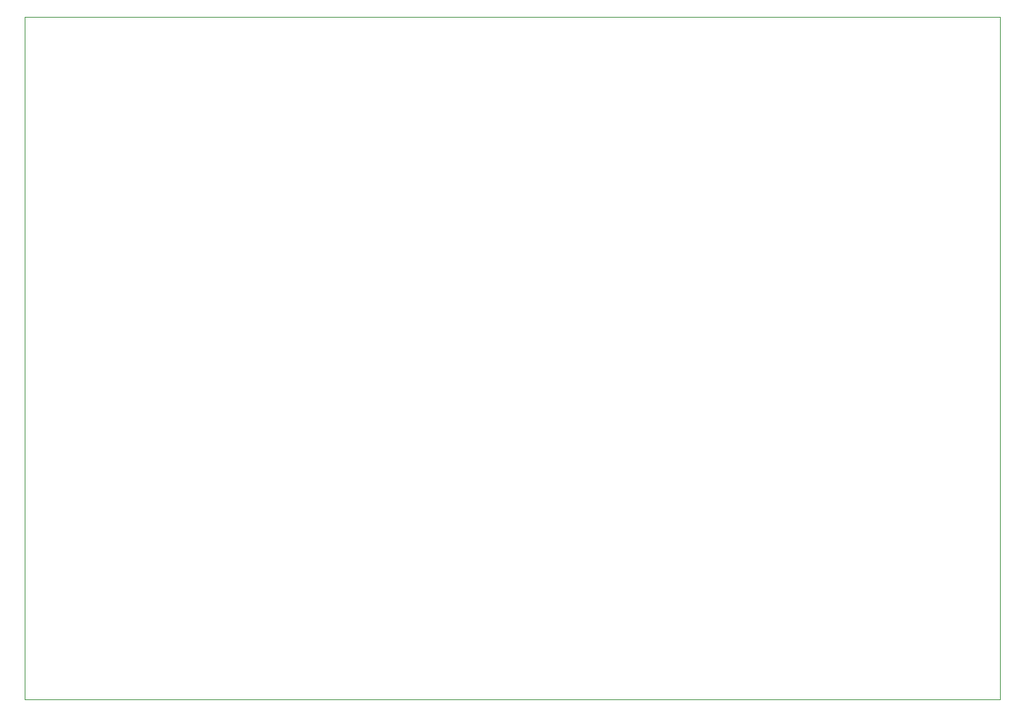
<source format=gbr>
G04 #@! TF.GenerationSoftware,KiCad,Pcbnew,5.1.2-f72e74a~84~ubuntu18.04.1*
G04 #@! TF.CreationDate,2019-08-20T01:18:15+05:30*
G04 #@! TF.ProjectId,ESP32_MESSAGE_DISPLAY,45535033-325f-44d4-9553-534147455f44,1.0*
G04 #@! TF.SameCoordinates,Original*
G04 #@! TF.FileFunction,Profile,NP*
%FSLAX46Y46*%
G04 Gerber Fmt 4.6, Leading zero omitted, Abs format (unit mm)*
G04 Created by KiCad (PCBNEW 5.1.2-f72e74a~84~ubuntu18.04.1) date 2019-08-20 01:18:15*
%MOMM*%
%LPD*%
G04 APERTURE LIST*
%ADD10C,0.050000*%
G04 APERTURE END LIST*
D10*
X91000000Y-48000000D02*
X208000000Y-48000000D01*
X91000000Y-130000000D02*
X208000000Y-130000000D01*
X91000000Y-48000000D02*
X91000000Y-130000000D01*
X208000000Y-48000000D02*
X208000000Y-130000000D01*
M02*

</source>
